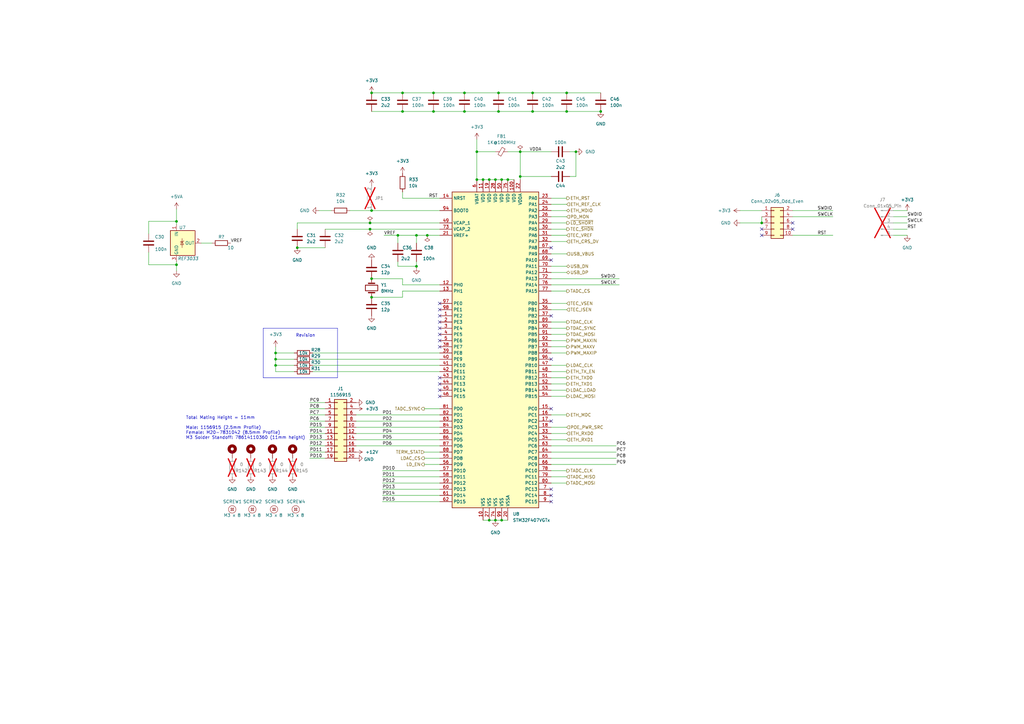
<source format=kicad_sch>
(kicad_sch (version 20230121) (generator eeschema)
  (paper "A3")
  (title_block (title "MCU") (date "2023-11-27") (rev "r0_3") (company "M-Labs Limited") (comment 1 "Linus Woo Chun Kit"))
  (lib_symbols
    (symbol "Connector:Conn_01x05_Pin" (pin_names (offset 1.016) hide)
      (property "Reference" "J" (at 0 7.62 0))
      (property "Value" "Conn_01x05_Pin" (at 0 -7.62 0))
      (symbol "Conn_01x05_Pin_1_1"
        (pin passive line (at 5.08 5.08 180) (length 3.81) (name "Pin_1") (number "1"))
        (pin passive line (at 5.08 2.54 180) (length 3.81) (name "Pin_2") (number "2"))
        (pin passive line (at 5.08 0 180) (length 3.81) (name "Pin_3") (number "3"))
        (pin passive line (at 5.08 -2.54 180) (length 3.81) (name "Pin_4") (number "4"))
        (pin passive line (at 5.08 -5.08 180) (length 3.81) (name "Pin_5") (number "5"))
      )
    )
    (symbol "Connector_Generic:Conn_02x05_Odd_Even" (pin_names (offset 1.016) hide)
      (property "Reference" "J" (at 1.27 7.62 0))
      (property "Value" "Conn_02x05_Odd_Even" (at 1.27 -7.62 0))
      (symbol "Conn_02x05_Odd_Even_1_1"
        (pin passive line (at -5.08 5.08 0) (length 3.81) (name "Pin_1") (number "1"))
        (pin passive line (at 7.62 -5.08 180) (length 3.81) (name "Pin_10") (number "10"))
        (pin passive line (at 7.62 5.08 180) (length 3.81) (name "Pin_2") (number "2"))
        (pin passive line (at -5.08 2.54 0) (length 3.81) (name "Pin_3") (number "3"))
        (pin passive line (at 7.62 2.54 180) (length 3.81) (name "Pin_4") (number "4"))
        (pin passive line (at -5.08 0 0) (length 3.81) (name "Pin_5") (number "5"))
        (pin passive line (at 7.62 0 180) (length 3.81) (name "Pin_6") (number "6"))
        (pin passive line (at -5.08 -2.54 0) (length 3.81) (name "Pin_7") (number "7"))
        (pin passive line (at 7.62 -2.54 180) (length 3.81) (name "Pin_8") (number "8"))
        (pin passive line (at -5.08 -5.08 0) (length 3.81) (name "Pin_9") (number "9"))
      )
    )
    (symbol "Connector_Generic:Conn_02x10_Odd_Even" (pin_names (offset 1.016) hide)
      (property "Reference" "J" (at 1.27 12.7 0))
      (property "Value" "Conn_02x10_Odd_Even" (at 1.27 -15.24 0))
      (symbol "Conn_02x10_Odd_Even_1_1"
        (pin passive line (at -5.08 10.16 0) (length 3.81) (name "Pin_1") (number "1"))
        (pin passive line (at 7.62 0 180) (length 3.81) (name "Pin_10") (number "10"))
        (pin passive line (at -5.08 -2.54 0) (length 3.81) (name "Pin_11") (number "11"))
        (pin passive line (at 7.62 -2.54 180) (length 3.81) (name "Pin_12") (number "12"))
        (pin passive line (at -5.08 -5.08 0) (length 3.81) (name "Pin_13") (number "13"))
        (pin passive line (at 7.62 -5.08 180) (length 3.81) (name "Pin_14") (number "14"))
        (pin passive line (at -5.08 -7.62 0) (length 3.81) (name "Pin_15") (number "15"))
        (pin passive line (at 7.62 -7.62 180) (length 3.81) (name "Pin_16") (number "16"))
        (pin passive line (at -5.08 -10.16 0) (length 3.81) (name "Pin_17") (number "17"))
        (pin passive line (at 7.62 -10.16 180) (length 3.81) (name "Pin_18") (number "18"))
        (pin passive line (at -5.08 -12.7 0) (length 3.81) (name "Pin_19") (number "19"))
        (pin passive line (at 7.62 10.16 180) (length 3.81) (name "Pin_2") (number "2"))
        (pin passive line (at 7.62 -12.7 180) (length 3.81) (name "Pin_20") (number "20"))
        (pin passive line (at -5.08 7.62 0) (length 3.81) (name "Pin_3") (number "3"))
        (pin passive line (at 7.62 7.62 180) (length 3.81) (name "Pin_4") (number "4"))
        (pin passive line (at -5.08 5.08 0) (length 3.81) (name "Pin_5") (number "5"))
        (pin passive line (at 7.62 5.08 180) (length 3.81) (name "Pin_6") (number "6"))
        (pin passive line (at -5.08 2.54 0) (length 3.81) (name "Pin_7") (number "7"))
        (pin passive line (at 7.62 2.54 180) (length 3.81) (name "Pin_8") (number "8"))
        (pin passive line (at -5.08 0 0) (length 3.81) (name "Pin_9") (number "9"))
      )
    )
    (symbol "Device:C" (pin_numbers hide) (pin_names (offset 0.254))
      (property "Reference" "C" (at 0.635 2.54 0))
      (property "Value" "C" (at 0.635 -2.54 0))
      (symbol "C_1_1"
        (pin passive line (at 0 3.81 270) (length 2.794) (name "~") (number "1"))
        (pin passive line (at 0 -3.81 90) (length 2.794) (name "~") (number "2"))
      )
    )
    (symbol "Device:Crystal" (pin_numbers hide) (pin_names (offset 1.016) hide)
      (property "Reference" "Y" (at 0 3.81 0))
      (property "Value" "Crystal" (at 0 -3.81 0))
      (symbol "Crystal_1_1"
        (pin passive line (at -3.81 0 0) (length 1.27) (name "1") (number "1"))
        (pin passive line (at 3.81 0 180) (length 1.27) (name "2") (number "2"))
      )
    )
    (symbol "Device:FerriteBead_Small" (pin_numbers hide) (pin_names (offset 0))
      (property "Reference" "FB" (at 1.905 1.27 0))
      (property "Value" "FerriteBead_Small" (at 1.905 -1.27 0))
      (symbol "FerriteBead_Small_1_1"
        (pin passive line (at 0 2.54 270) (length 1.27) (name "~") (number "1"))
        (pin passive line (at 0 -2.54 90) (length 1.27) (name "~") (number "2"))
      )
    )
    (symbol "Device:R" (pin_numbers hide) (pin_names (offset 0))
      (property "Reference" "R" (at 2.032 0 90))
      (property "Value" "R" (at 0 0 90))
      (symbol "R_1_1"
        (pin passive line (at 0 3.81 270) (length 1.27) (name "~") (number "1"))
        (pin passive line (at 0 -3.81 90) (length 1.27) (name "~") (number "2"))
      )
    )
    (symbol "Jumper:Jumper_2_Open" (pin_names (offset 0) hide)
      (property "Reference" "JP" (at 0 2.794 0))
      (property "Value" "Jumper_2_Open" (at 0 -2.286 0))
      (symbol "Jumper_2_Open_1_1"
        (pin passive line (at -5.08 0 0) (length 2.54) (name "A") (number "1"))
        (pin passive line (at 5.08 0 180) (length 2.54) (name "B") (number "2"))
      )
    )
    (symbol "MCU_ST_STM32F4:STM32F407VGTx"
      (property "Reference" "U" (at -17.78 64.77 0))
      (property "Value" "STM32F407VGTx" (at 12.7 64.77 0))
      (symbol "STM32F407VGTx_1_1"
        (pin bidirectional line (at -22.86 12.7 0) (length 5.08) (name "PE2") (number "1"))
        (pin power_in line (at -5.08 -71.12 90) (length 5.08) (name "VSS") (number "10"))
        (pin power_in line (at 7.62 68.58 270) (length 5.08) (name "VDD") (number "100"))
        (pin power_in line (at -5.08 68.58 270) (length 5.08) (name "VDD") (number "11"))
        (pin input line (at -22.86 25.4 0) (length 5.08) (name "PH0") (number "12"))
        (pin input line (at -22.86 22.86 0) (length 5.08) (name "PH1") (number "13"))
        (pin input line (at -22.86 60.96 0) (length 5.08) (name "NRST") (number "14"))
        (pin bidirectional line (at 22.86 -25.4 180) (length 5.08) (name "PC0") (number "15"))
        (pin bidirectional line (at 22.86 -27.94 180) (length 5.08) (name "PC1") (number "16"))
        (pin bidirectional line (at 22.86 -30.48 180) (length 5.08) (name "PC2") (number "17"))
        (pin bidirectional line (at 22.86 -33.02 180) (length 5.08) (name "PC3") (number "18"))
        (pin power_in line (at -2.54 68.58 270) (length 5.08) (name "VDD") (number "19"))
        (pin bidirectional line (at -22.86 10.16 0) (length 5.08) (name "PE3") (number "2"))
        (pin power_in line (at 5.08 -71.12 90) (length 5.08) (name "VSSA") (number "20"))
        (pin power_in line (at -22.86 45.72 0) (length 5.08) (name "VREF+") (number "21"))
        (pin power_in line (at 10.16 68.58 270) (length 5.08) (name "VDDA") (number "22"))
        (pin bidirectional line (at 22.86 60.96 180) (length 5.08) (name "PA0") (number "23"))
        (pin bidirectional line (at 22.86 58.42 180) (length 5.08) (name "PA1") (number "24"))
        (pin bidirectional line (at 22.86 55.88 180) (length 5.08) (name "PA2") (number "25"))
        (pin bidirectional line (at 22.86 53.34 180) (length 5.08) (name "PA3") (number "26"))
        (pin power_in line (at -2.54 -71.12 90) (length 5.08) (name "VSS") (number "27"))
        (pin power_in line (at 0 68.58 270) (length 5.08) (name "VDD") (number "28"))
        (pin bidirectional line (at 22.86 50.8 180) (length 5.08) (name "PA4") (number "29"))
        (pin bidirectional line (at -22.86 7.62 0) (length 5.08) (name "PE4") (number "3"))
        (pin bidirectional line (at 22.86 48.26 180) (length 5.08) (name "PA5") (number "30"))
        (pin bidirectional line (at 22.86 45.72 180) (length 5.08) (name "PA6") (number "31"))
        (pin bidirectional line (at 22.86 43.18 180) (length 5.08) (name "PA7") (number "32"))
        (pin bidirectional line (at 22.86 -35.56 180) (length 5.08) (name "PC4") (number "33"))
        (pin bidirectional line (at 22.86 -38.1 180) (length 5.08) (name "PC5") (number "34"))
        (pin bidirectional line (at 22.86 17.78 180) (length 5.08) (name "PB0") (number "35"))
        (pin bidirectional line (at 22.86 15.24 180) (length 5.08) (name "PB1") (number "36"))
        (pin bidirectional line (at 22.86 12.7 180) (length 5.08) (name "PB2") (number "37"))
        (pin bidirectional line (at -22.86 0 0) (length 5.08) (name "PE7") (number "38"))
        (pin bidirectional line (at -22.86 -2.54 0) (length 5.08) (name "PE8") (number "39"))
        (pin bidirectional line (at -22.86 5.08 0) (length 5.08) (name "PE5") (number "4"))
        (pin bidirectional line (at -22.86 -5.08 0) (length 5.08) (name "PE9") (number "40"))
        (pin bidirectional line (at -22.86 -7.62 0) (length 5.08) (name "PE10") (number "41"))
        (pin bidirectional line (at -22.86 -10.16 0) (length 5.08) (name "PE11") (number "42"))
        (pin bidirectional line (at -22.86 -12.7 0) (length 5.08) (name "PE12") (number "43"))
        (pin bidirectional line (at -22.86 -15.24 0) (length 5.08) (name "PE13") (number "44"))
        (pin bidirectional line (at -22.86 -17.78 0) (length 5.08) (name "PE14") (number "45"))
        (pin bidirectional line (at -22.86 -20.32 0) (length 5.08) (name "PE15") (number "46"))
        (pin bidirectional line (at 22.86 -7.62 180) (length 5.08) (name "PB10") (number "47"))
        (pin bidirectional line (at 22.86 -10.16 180) (length 5.08) (name "PB11") (number "48"))
        (pin power_in line (at -22.86 50.8 0) (length 5.08) (name "VCAP_1") (number "49"))
        (pin bidirectional line (at -22.86 2.54 0) (length 5.08) (name "PE6") (number "5"))
        (pin power_in line (at 2.54 68.58 270) (length 5.08) (name "VDD") (number "50"))
        (pin bidirectional line (at 22.86 -12.7 180) (length 5.08) (name "PB12") (number "51"))
        (pin bidirectional line (at 22.86 -15.24 180) (length 5.08) (name "PB13") (number "52"))
        (pin bidirectional line (at 22.86 -17.78 180) (length 5.08) (name "PB14") (number "53"))
        (pin bidirectional line (at 22.86 -20.32 180) (length 5.08) (name "PB15") (number "54"))
        (pin bidirectional line (at -22.86 -45.72 0) (length 5.08) (name "PD8") (number "55"))
        (pin bidirectional line (at -22.86 -48.26 0) (length 5.08) (name "PD9") (number "56"))
        (pin bidirectional line (at -22.86 -50.8 0) (length 5.08) (name "PD10") (number "57"))
        (pin bidirectional line (at -22.86 -53.34 0) (length 5.08) (name "PD11") (number "58"))
        (pin bidirectional line (at -22.86 -55.88 0) (length 5.08) (name "PD12") (number "59"))
        (pin power_in line (at -7.62 68.58 270) (length 5.08) (name "VBAT") (number "6"))
        (pin bidirectional line (at -22.86 -58.42 0) (length 5.08) (name "PD13") (number "60"))
        (pin bidirectional line (at -22.86 -60.96 0) (length 5.08) (name "PD14") (number "61"))
        (pin bidirectional line (at -22.86 -63.5 0) (length 5.08) (name "PD15") (number "62"))
        (pin bidirectional line (at 22.86 -40.64 180) (length 5.08) (name "PC6") (number "63"))
        (pin bidirectional line (at 22.86 -43.18 180) (length 5.08) (name "PC7") (number "64"))
        (pin bidirectional line (at 22.86 -45.72 180) (length 5.08) (name "PC8") (number "65"))
        (pin bidirectional line (at 22.86 -48.26 180) (length 5.08) (name "PC9") (number "66"))
        (pin bidirectional line (at 22.86 40.64 180) (length 5.08) (name "PA8") (number "67"))
        (pin bidirectional line (at 22.86 38.1 180) (length 5.08) (name "PA9") (number "68"))
        (pin bidirectional line (at 22.86 35.56 180) (length 5.08) (name "PA10") (number "69"))
        (pin bidirectional line (at 22.86 -58.42 180) (length 5.08) (name "PC13") (number "7"))
        (pin bidirectional line (at 22.86 33.02 180) (length 5.08) (name "PA11") (number "70"))
        (pin bidirectional line (at 22.86 30.48 180) (length 5.08) (name "PA12") (number "71"))
        (pin bidirectional line (at 22.86 27.94 180) (length 5.08) (name "PA13") (number "72"))
        (pin power_in line (at -22.86 48.26 0) (length 5.08) (name "VCAP_2") (number "73"))
        (pin power_in line (at 0 -71.12 90) (length 5.08) (name "VSS") (number "74"))
        (pin power_in line (at 5.08 68.58 270) (length 5.08) (name "VDD") (number "75"))
        (pin bidirectional line (at 22.86 25.4 180) (length 5.08) (name "PA14") (number "76"))
        (pin bidirectional line (at 22.86 22.86 180) (length 5.08) (name "PA15") (number "77"))
        (pin bidirectional line (at 22.86 -50.8 180) (length 5.08) (name "PC10") (number "78"))
        (pin bidirectional line (at 22.86 -53.34 180) (length 5.08) (name "PC11") (number "79"))
        (pin bidirectional line (at 22.86 -60.96 180) (length 5.08) (name "PC14") (number "8"))
        (pin bidirectional line (at 22.86 -55.88 180) (length 5.08) (name "PC12") (number "80"))
        (pin bidirectional line (at -22.86 -25.4 0) (length 5.08) (name "PD0") (number "81"))
        (pin bidirectional line (at -22.86 -27.94 0) (length 5.08) (name "PD1") (number "82"))
        (pin bidirectional line (at -22.86 -30.48 0) (length 5.08) (name "PD2") (number "83"))
        (pin bidirectional line (at -22.86 -33.02 0) (length 5.08) (name "PD3") (number "84"))
        (pin bidirectional line (at -22.86 -35.56 0) (length 5.08) (name "PD4") (number "85"))
        (pin bidirectional line (at -22.86 -38.1 0) (length 5.08) (name "PD5") (number "86"))
        (pin bidirectional line (at -22.86 -40.64 0) (length 5.08) (name "PD6") (number "87"))
        (pin bidirectional line (at -22.86 -43.18 0) (length 5.08) (name "PD7") (number "88"))
        (pin bidirectional line (at 22.86 10.16 180) (length 5.08) (name "PB3") (number "89"))
        (pin bidirectional line (at 22.86 -63.5 180) (length 5.08) (name "PC15") (number "9"))
        (pin bidirectional line (at 22.86 7.62 180) (length 5.08) (name "PB4") (number "90"))
        (pin bidirectional line (at 22.86 5.08 180) (length 5.08) (name "PB5") (number "91"))
        (pin bidirectional line (at 22.86 2.54 180) (length 5.08) (name "PB6") (number "92"))
        (pin bidirectional line (at 22.86 0 180) (length 5.08) (name "PB7") (number "93"))
        (pin input line (at -22.86 55.88 0) (length 5.08) (name "BOOT0") (number "94"))
        (pin bidirectional line (at 22.86 -2.54 180) (length 5.08) (name "PB8") (number "95"))
        (pin bidirectional line (at 22.86 -5.08 180) (length 5.08) (name "PB9") (number "96"))
        (pin bidirectional line (at -22.86 17.78 0) (length 5.08) (name "PE0") (number "97"))
        (pin bidirectional line (at -22.86 15.24 0) (length 5.08) (name "PE1") (number "98"))
        (pin power_in line (at 2.54 -71.12 90) (length 5.08) (name "VSS") (number "99"))
      )
    )
    (symbol "Mechanical:MountingHole_Pad" (pin_numbers hide) (pin_names (offset 1.016) hide)
      (property "Reference" "H" (at 0 6.35 0))
      (property "Value" "MountingHole_Pad" (at 0 4.445 0))
      (symbol "MountingHole_Pad_1_1"
        (pin input line (at 0 -2.54 90) (length 2.54) (name "1") (number "1"))
      )
    )
    (symbol "Reference_Voltage:REF3033" (pin_names (offset 0.254))
      (property "Reference" "U" (at 0 6.35 0))
      (property "Value" "REF3033" (at 2.54 -6.35 0))
      (symbol "REF3033_1_1"
        (pin power_in line (at -2.54 7.62 270) (length 2.54) (name "IN") (number "1"))
        (pin power_out line (at 7.62 0 180) (length 2.54) (name "OUT") (number "2"))
        (pin power_in line (at -2.54 -7.62 90) (length 2.54) (name "GND") (number "3"))
      )
    )
    (symbol "kirdy:Screw" (on_board no)
      (property "Reference" "SCREW" (at 3.048 2.54 0))
    )
    (symbol "power:+12V" (power) (pin_names (offset 0))
      (property "Value" "+12V" (at 0 3.556 0))
      (symbol "+12V_1_1"
        (pin power_in line (at 0 0 90) (length 0) hide (name "+12V") (number "1"))
      )
    )
    (symbol "power:+3V3" (power) (pin_names (offset 0))
      (property "Value" "+3V3" (at 0 3.556 0))
      (symbol "+3V3_1_1"
        (pin power_in line (at 0 0 90) (length 0) hide (name "+3V3") (number "1"))
      )
    )
    (symbol "power:+5VA" (power) (pin_names (offset 0))
      (property "Value" "+5VA" (at 0 3.556 0))
      (symbol "+5VA_1_1"
        (pin power_in line (at 0 0 90) (length 0) hide (name "+5VA") (number "1"))
      )
    )
    (symbol "power:GND" (power) (pin_names (offset 0))
      (property "Value" "GND" (at 0 -3.81 0))
      (symbol "GND_1_1"
        (pin power_in line (at 0 0 270) (length 0) hide (name "GND") (number "1"))
      )
    )
    (symbol "power:PWR_FLAG" (power) (pin_numbers hide) (pin_names (offset 0) hide)
      (property "Value" "PWR_FLAG" (at 0 3.81 0))
      (symbol "PWR_FLAG_0_0"
        (pin power_out line (at 0 0 90) (length 0) (name "pwr") (number "1"))
      )
    )
  )
  (junction (at 165.1 38.1))
  (junction (at 152.4 114.3))
  (junction (at 198.12 73.66))
  (junction (at 205.74 213.36))
  (junction (at 177.8 38.1))
  (junction (at 213.36 72.39))
  (junction (at 236.22 62.23))
  (junction (at 152.4 38.1))
  (junction (at 195.58 73.66))
  (junction (at 121.92 101.6))
  (junction (at 72.39 90.805))
  (junction (at 200.66 73.66))
  (junction (at 170.815 96.52))
  (junction (at 203.2 213.36))
  (junction (at 151.765 91.44))
  (junction (at 175.26 96.52))
  (junction (at 204.47 38.1))
  (junction (at 152.4 86.36))
  (junction (at 177.8 45.72))
  (junction (at 232.41 45.72))
  (junction (at 200.66 213.36))
  (junction (at 208.28 73.66))
  (junction (at 113.03 144.78))
  (junction (at 190.5 45.72))
  (junction (at 165.1 45.72))
  (junction (at 203.2 73.66))
  (junction (at 232.41 38.1))
  (junction (at 213.36 62.23))
  (junction (at 170.815 109.22))
  (junction (at 190.5 38.1))
  (junction (at 204.47 45.72))
  (junction (at 113.03 147.32))
  (junction (at 218.44 38.1))
  (junction (at 246.38 45.72))
  (junction (at 151.765 93.98))
  (junction (at 205.74 73.66))
  (junction (at 152.4 121.92))
  (junction (at 195.58 62.23))
  (junction (at 312.42 91.44))
  (junction (at 218.44 45.72))
  (junction (at 72.39 108.585))
  (junction (at 113.03 149.86))
  (junction (at 163.195 96.52))
  (no_connect (at 312.42 96.52))
  (no_connect (at 325.12 93.98))
  (no_connect (at 325.12 91.44))
  (no_connect (at 180.34 157.48))
  (no_connect (at 180.34 154.94))
  (no_connect (at 312.42 93.98))
  (no_connect (at 226.06 172.72))
  (no_connect (at 226.06 101.6))
  (no_connect (at 226.06 200.66))
  (no_connect (at 226.06 203.2))
  (no_connect (at 226.06 205.74))
  (no_connect (at 226.06 106.68))
  (no_connect (at 226.06 129.54))
  (no_connect (at 180.34 129.54))
  (no_connect (at 180.34 124.46))
  (no_connect (at 180.34 127))
  (no_connect (at 226.06 147.32))
  (no_connect (at 226.06 167.64))
  (no_connect (at 180.34 162.56))
  (no_connect (at 180.34 160.02))
  (no_connect (at 180.34 132.08))
  (no_connect (at 180.34 134.62))
  (no_connect (at 180.34 137.16))
  (no_connect (at 180.34 139.7))
  (no_connect (at 180.34 142.24))
  (wire (pts (xy 226.06 180.34) (xy 232.41 180.34)))
  (wire (pts (xy 156.845 205.74) (xy 180.34 205.74)))
  (wire (pts (xy 226.06 170.18) (xy 232.41 170.18)))
  (wire (pts (xy 226.06 160.02) (xy 232.41 160.02)))
  (wire (pts (xy 226.06 99.06) (xy 232.41 99.06)))
  (wire (pts (xy 165.1 116.84) (xy 180.34 116.84)))
  (wire (pts (xy 226.06 104.14) (xy 232.41 104.14)))
  (wire (pts (xy 170.815 109.22) (xy 170.815 109.855)))
  (wire (pts (xy 127 175.26) (xy 133.35 175.26)))
  (wire (pts (xy 156.845 203.2) (xy 180.34 203.2)))
  (wire (pts (xy 72.39 85.725) (xy 72.39 90.805)))
  (wire (pts (xy 226.06 86.36) (xy 232.41 86.36)))
  (polyline (pts (xy 107.95 154.94) (xy 138.43 154.94)))
  (wire (pts (xy 127 167.64) (xy 133.35 167.64)))
  (wire (pts (xy 175.26 96.52) (xy 180.34 96.52)))
  (wire (pts (xy 372.11 91.44) (xy 366.395 91.44)))
  (wire (pts (xy 198.12 213.36) (xy 200.66 213.36)))
  (wire (pts (xy 218.44 45.72) (xy 232.41 45.72)))
  (wire (pts (xy 312.42 88.9) (xy 312.42 91.44)))
  (wire (pts (xy 165.1 81.28) (xy 180.34 81.28)))
  (wire (pts (xy 233.68 72.39) (xy 236.22 72.39)))
  (wire (pts (xy 146.05 180.34) (xy 180.34 180.34)))
  (wire (pts (xy 146.05 172.72) (xy 180.34 172.72)))
  (wire (pts (xy 72.39 108.585) (xy 60.96 108.585)))
  (wire (pts (xy 372.11 96.52) (xy 366.395 96.52)))
  (wire (pts (xy 195.58 62.23) (xy 203.2 62.23)))
  (wire (pts (xy 121.92 101.6) (xy 133.35 101.6)))
  (wire (pts (xy 170.815 96.52) (xy 170.815 99.695)))
  (wire (pts (xy 173.99 187.96) (xy 180.34 187.96)))
  (wire (pts (xy 325.12 96.52) (xy 341.63 96.52)))
  (wire (pts (xy 203.2 213.36) (xy 205.74 213.36)))
  (wire (pts (xy 226.06 139.7) (xy 232.41 139.7)))
  (polyline (pts (xy 138.43 154.94) (xy 138.43 134.62)))
  (wire (pts (xy 127 185.42) (xy 133.35 185.42)))
  (wire (pts (xy 226.06 116.84) (xy 254 116.84)))
  (wire (pts (xy 204.47 38.1) (xy 218.44 38.1)))
  (wire (pts (xy 113.03 152.4) (xy 120.65 152.4)))
  (wire (pts (xy 151.765 91.44) (xy 180.34 91.44)))
  (wire (pts (xy 128.27 149.86) (xy 180.34 149.86)))
  (wire (pts (xy 170.815 107.315) (xy 170.815 109.22)))
  (wire (pts (xy 113.03 149.86) (xy 120.65 149.86)))
  (wire (pts (xy 152.4 45.72) (xy 165.1 45.72)))
  (wire (pts (xy 127 165.1) (xy 133.35 165.1)))
  (wire (pts (xy 128.27 147.32) (xy 180.34 147.32)))
  (wire (pts (xy 72.39 107.315) (xy 72.39 108.585)))
  (wire (pts (xy 165.1 119.38) (xy 165.1 121.92)))
  (wire (pts (xy 208.28 62.23) (xy 213.36 62.23)))
  (wire (pts (xy 146.05 170.18) (xy 180.34 170.18)))
  (wire (pts (xy 127 172.72) (xy 133.35 172.72)))
  (wire (pts (xy 156.845 193.04) (xy 180.34 193.04)))
  (wire (pts (xy 133.35 93.98) (xy 151.765 93.98)))
  (wire (pts (xy 226.06 177.8) (xy 232.41 177.8)))
  (wire (pts (xy 226.06 193.04) (xy 232.41 193.04)))
  (wire (pts (xy 165.1 81.28) (xy 165.1 78.74)))
  (wire (pts (xy 72.39 90.805) (xy 72.39 92.075)))
  (wire (pts (xy 127 180.34) (xy 133.35 180.34)))
  (wire (pts (xy 113.03 147.32) (xy 113.03 149.86)))
  (wire (pts (xy 372.11 93.98) (xy 366.395 93.98)))
  (wire (pts (xy 226.06 154.94) (xy 232.41 154.94)))
  (wire (pts (xy 156.845 195.58) (xy 180.34 195.58)))
  (wire (pts (xy 213.36 62.23) (xy 213.36 72.39)))
  (wire (pts (xy 226.06 111.76) (xy 232.41 111.76)))
  (wire (pts (xy 226.06 134.62) (xy 232.41 134.62)))
  (wire (pts (xy 127 187.96) (xy 133.35 187.96)))
  (wire (pts (xy 226.06 182.88) (xy 252.73 182.88)))
  (wire (pts (xy 226.06 187.96) (xy 252.73 187.96)))
  (wire (pts (xy 226.06 149.86) (xy 232.41 149.86)))
  (wire (pts (xy 82.55 99.695) (xy 86.995 99.695)))
  (wire (pts (xy 226.06 137.16) (xy 232.41 137.16)))
  (wire (pts (xy 226.06 185.42) (xy 252.73 185.42)))
  (wire (pts (xy 226.06 93.98) (xy 232.41 93.98)))
  (wire (pts (xy 177.8 38.1) (xy 190.5 38.1)))
  (wire (pts (xy 200.66 213.36) (xy 203.2 213.36)))
  (wire (pts (xy 127 177.8) (xy 133.35 177.8)))
  (wire (pts (xy 372.11 88.9) (xy 366.395 88.9)))
  (wire (pts (xy 203.2 73.66) (xy 205.74 73.66)))
  (wire (pts (xy 195.58 62.23) (xy 195.58 73.66)))
  (wire (pts (xy 233.68 62.23) (xy 236.22 62.23)))
  (wire (pts (xy 157.48 96.52) (xy 163.195 96.52)))
  (wire (pts (xy 146.05 182.88) (xy 180.34 182.88)))
  (wire (pts (xy 177.8 45.72) (xy 190.5 45.72)))
  (wire (pts (xy 163.195 109.22) (xy 163.195 107.315)))
  (wire (pts (xy 226.06 190.5) (xy 252.73 190.5)))
  (wire (pts (xy 146.05 175.26) (xy 180.34 175.26)))
  (wire (pts (xy 226.06 198.12) (xy 232.41 198.12)))
  (wire (pts (xy 232.41 38.1) (xy 246.38 38.1)))
  (wire (pts (xy 195.58 73.66) (xy 198.12 73.66)))
  (wire (pts (xy 213.36 62.23) (xy 226.06 62.23)))
  (wire (pts (xy 165.1 121.92) (xy 152.4 121.92)))
  (wire (pts (xy 113.03 144.78) (xy 113.03 147.32)))
  (wire (pts (xy 152.4 86.36) (xy 180.34 86.36)))
  (wire (pts (xy 198.12 73.66) (xy 200.66 73.66)))
  (wire (pts (xy 113.03 144.78) (xy 120.65 144.78)))
  (wire (pts (xy 113.03 149.86) (xy 113.03 152.4)))
  (wire (pts (xy 213.36 72.39) (xy 213.36 73.66)))
  (wire (pts (xy 226.06 124.46) (xy 232.41 124.46)))
  (wire (pts (xy 226.06 152.4) (xy 232.41 152.4)))
  (wire (pts (xy 325.12 86.36) (xy 341.63 86.36)))
  (polyline (pts (xy 107.95 134.62) (xy 107.95 154.94)))
  (wire (pts (xy 226.06 195.58) (xy 232.41 195.58)))
  (wire (pts (xy 156.845 198.12) (xy 180.34 198.12)))
  (wire (pts (xy 163.195 96.52) (xy 170.815 96.52)))
  (wire (pts (xy 113.03 147.32) (xy 120.65 147.32)))
  (wire (pts (xy 208.28 73.66) (xy 210.82 73.66)))
  (wire (pts (xy 165.1 45.72) (xy 177.8 45.72)))
  (wire (pts (xy 173.99 185.42) (xy 180.34 185.42)))
  (wire (pts (xy 165.1 119.38) (xy 180.34 119.38)))
  (wire (pts (xy 226.06 142.24) (xy 232.41 142.24)))
  (wire (pts (xy 372.11 86.36) (xy 366.395 86.36)))
  (wire (pts (xy 165.1 116.84) (xy 165.1 114.3)))
  (wire (pts (xy 226.06 132.08) (xy 232.41 132.08)))
  (wire (pts (xy 121.92 93.98) (xy 121.92 91.44)))
  (wire (pts (xy 213.36 72.39) (xy 226.06 72.39)))
  (wire (pts (xy 236.22 72.39) (xy 236.22 62.23)))
  (wire (pts (xy 205.74 73.66) (xy 208.28 73.66)))
  (wire (pts (xy 226.06 109.22) (xy 232.41 109.22)))
  (wire (pts (xy 113.03 142.24) (xy 113.03 144.78)))
  (wire (pts (xy 156.845 200.66) (xy 180.34 200.66)))
  (wire (pts (xy 163.195 99.695) (xy 163.195 96.52)))
  (wire (pts (xy 303.53 91.44) (xy 312.42 91.44)))
  (wire (pts (xy 218.44 38.1) (xy 232.41 38.1)))
  (wire (pts (xy 226.06 175.26) (xy 232.41 175.26)))
  (wire (pts (xy 226.06 88.9) (xy 232.41 88.9)))
  (wire (pts (xy 60.96 95.885) (xy 60.96 90.805)))
  (wire (pts (xy 232.41 45.72) (xy 246.38 45.72)))
  (wire (pts (xy 226.06 96.52) (xy 232.41 96.52)))
  (wire (pts (xy 195.58 57.15) (xy 195.58 62.23)))
  (wire (pts (xy 226.06 119.38) (xy 232.41 119.38)))
  (wire (pts (xy 173.99 190.5) (xy 180.34 190.5)))
  (wire (pts (xy 72.39 108.585) (xy 72.39 111.125)))
  (wire (pts (xy 190.5 38.1) (xy 204.47 38.1)))
  (wire (pts (xy 165.1 38.1) (xy 177.8 38.1)))
  (wire (pts (xy 152.4 38.1) (xy 165.1 38.1)))
  (wire (pts (xy 204.47 45.72) (xy 218.44 45.72)))
  (wire (pts (xy 60.96 90.805) (xy 72.39 90.805)))
  (wire (pts (xy 170.815 109.22) (xy 163.195 109.22)))
  (wire (pts (xy 226.06 127) (xy 232.41 127)))
  (wire (pts (xy 226.06 81.28) (xy 232.41 81.28)))
  (wire (pts (xy 226.06 83.82) (xy 232.41 83.82)))
  (wire (pts (xy 151.765 93.98) (xy 180.34 93.98)))
  (wire (pts (xy 205.74 213.36) (xy 208.28 213.36)))
  (wire (pts (xy 303.53 86.36) (xy 312.42 86.36)))
  (wire (pts (xy 226.06 144.78) (xy 232.41 144.78)))
  (wire (pts (xy 165.1 114.3) (xy 152.4 114.3)))
  (polyline (pts (xy 107.95 134.62) (xy 138.43 134.62)))
  (wire (pts (xy 143.51 86.36) (xy 152.4 86.36)))
  (wire (pts (xy 226.06 91.44) (xy 232.41 91.44)))
  (wire (pts (xy 130.81 86.36) (xy 135.89 86.36)))
  (wire (pts (xy 121.92 91.44) (xy 151.765 91.44)))
  (wire (pts (xy 226.06 162.56) (xy 232.41 162.56)))
  (wire (pts (xy 190.5 45.72) (xy 204.47 45.72)))
  (wire (pts (xy 127 182.88) (xy 133.35 182.88)))
  (wire (pts (xy 170.815 96.52) (xy 175.26 96.52)))
  (wire (pts (xy 128.27 144.78) (xy 180.34 144.78)))
  (wire (pts (xy 226.06 114.3) (xy 254 114.3)))
  (wire (pts (xy 226.06 157.48) (xy 232.41 157.48)))
  (wire (pts (xy 60.96 108.585) (xy 60.96 103.505)))
  (wire (pts (xy 127 170.18) (xy 133.35 170.18)))
  (wire (pts (xy 146.05 177.8) (xy 180.34 177.8)))
  (wire (pts (xy 325.12 88.9) (xy 341.63 88.9)))
  (wire (pts (xy 173.99 167.64) (xy 180.34 167.64)))
  (wire (pts (xy 128.27 152.4) (xy 180.34 152.4)))
  (wire (pts (xy 200.66 73.66) (xy 203.2 73.66)))
  (text "Revision\n" (at 121.285 138.43 0) (effects (font (size 1.27 1.27)) (justify left bottom)))
  (text "Total Mating Height = 11mm\n\nMale: 1156915 (2.5mm Profile)\nFemale: M20-7831042 (8.5mm Profile)\nM3 Solder Standoff: 78614110360 (11mm height)\n" (at 76.2 180.34 0) (effects (font (size 1.27 1.27)) (justify left bottom)))
  (label "SWCLK" (at 372.11 91.44 0))
  (label "RST" (at 372.11 93.98 0))
  (label "SWDIO" (at 246.38 114.3 0))
  (label "SWCLK" (at 335.28 88.9 0))
  (label "PD11" (at 156.845 195.58 0))
  (label "PD10" (at 127 187.96 0))
  (label "PD15" (at 127 175.26 0))
  (label "PD4" (at 156.845 177.8 0))
  (label "PD10" (at 156.845 193.04 0))
  (label "SWDIO" (at 372.11 88.9 0))
  (label "SWDIO" (at 335.28 86.36 0))
  (label "PD13" (at 127 180.34 0))
  (label "VREF" (at 157.48 96.52 0))
  (label "PC7" (at 127 170.18 0))
  (label "VDDA" (at 217.17 62.23 0))
  (label "PD11" (at 127 185.42 0))
  (label "RST" (at 335.28 96.52 0))
  (label "PC8" (at 127 167.64 0))
  (label "PD12" (at 127 182.88 0))
  (label "PD6" (at 156.845 182.88 0))
  (label "PD15" (at 156.845 205.74 0))
  (label "VREF" (at 94.615 99.695 0))
  (label "PD13" (at 156.845 200.66 0))
  (label "PD14" (at 156.845 203.2 0))
  (label "PC6" (at 252.73 182.88 0))
  (label "PD12" (at 156.845 198.12 0))
  (label "PD3" (at 156.845 175.26 0))
  (label "PD5" (at 156.845 180.34 0))
  (label "PD14" (at 127 177.8 0))
  (label "PC9" (at 252.73 190.5 0))
  (label "PC6" (at 127 172.72 0))
  (label "PC8" (at 252.73 187.96 0))
  (label "SWCLK" (at 246.38 116.84 0))
  (label "RST" (at 175.895 81.28 0))
  (label "PD1" (at 156.845 170.18 0))
  (label "PD2" (at 156.845 172.72 0))
  (label "PC9" (at 127 165.1 0))
  (label "PC7" (at 252.73 185.42 0))
  (hierarchical_label "USB_DP" (shape bidirectional) (at 232.41 111.76 0))
  (hierarchical_label "TEC_VREF" (shape input) (at 232.41 96.52 0))
  (hierarchical_label "ETH_REF_CLK" (shape input) (at 232.41 83.82 0))
  (hierarchical_label "USB_VBUS" (shape input) (at 232.41 104.14 0))
  (hierarchical_label "TADC_CLK" (shape output) (at 232.41 193.04 0))
  (hierarchical_label "TDAC_MOSI" (shape output) (at 232.41 137.16 0))
  (hierarchical_label "PWM_MAXIP" (shape output) (at 232.41 144.78 0))
  (hierarchical_label "USB_DN" (shape bidirectional) (at 232.41 109.22 0))
  (hierarchical_label "ETH_RST" (shape output) (at 232.41 81.28 0))
  (hierarchical_label "TEC_~{SHDN}" (shape output) (at 232.41 93.98 0))
  (hierarchical_label "ETH_TXD1" (shape output) (at 232.41 157.48 0))
  (hierarchical_label "ETH_MDIO" (shape bidirectional) (at 232.41 86.36 0))
  (hierarchical_label "LDAC_MOSI" (shape output) (at 232.41 162.56 0))
  (hierarchical_label "PWM_MAXV" (shape output) (at 232.41 142.24 0))
  (hierarchical_label "POE_PWR_SRC" (shape input) (at 232.41 175.26 0))
  (hierarchical_label "TERM_STAT" (shape input) (at 173.99 185.42 180))
  (hierarchical_label "TADC_CS" (shape output) (at 232.41 119.38 0))
  (hierarchical_label "ETH_RXD0" (shape input) (at 232.41 177.8 0))
  (hierarchical_label "TADC_MISO" (shape input) (at 232.41 195.58 0))
  (hierarchical_label "~{LD_SHORT}" (shape output) (at 232.41 91.44 0))
  (hierarchical_label "LDAC_CS" (shape output) (at 173.99 187.96 180))
  (hierarchical_label "TADC_MOSI" (shape output) (at 232.41 198.12 0))
  (hierarchical_label "ETH_CRS_DV" (shape input) (at 232.41 99.06 0))
  (hierarchical_label "LD_EN" (shape output) (at 173.99 190.5 180))
  (hierarchical_label "TADC_SYNC" (shape output) (at 173.99 167.64 180))
  (hierarchical_label "PWM_MAXIN" (shape output) (at 232.41 139.7 0))
  (hierarchical_label "TEC_ISEN" (shape input) (at 232.41 127 0))
  (hierarchical_label "TEC_VSEN" (shape input) (at 232.41 124.46 0))
  (hierarchical_label "ETH_TX_EN" (shape output) (at 232.41 152.4 0))
  (hierarchical_label "TDAC_SYNC" (shape output) (at 232.41 134.62 0))
  (hierarchical_label "ETH_TXD0" (shape output) (at 232.41 154.94 0))
  (hierarchical_label "PD_MON" (shape input) (at 232.41 88.9 0))
  (hierarchical_label "ETH_RXD1" (shape input) (at 232.41 180.34 0))
  (hierarchical_label "LDAC_LOAD" (shape output) (at 232.41 160.02 0))
  (hierarchical_label "ETH_MDC" (shape output) (at 232.41 170.18 0))
  (hierarchical_label "LDAC_CLK" (shape output) (at 232.41 149.86 0))
  (hierarchical_label "TDAC_CLK" (shape output) (at 232.41 132.08 0))
  (symbol (lib_id "Connector_Generic:Conn_02x05_Odd_Even") (at 317.5 91.44 0) (unit 1)
    (property "Reference" "J6" (at 318.77 80.01 0))
    (property "Value" "Conn_02x05_Odd_Even" (at 318.77 82.55 0))
    (property "Footprint" "kirdy:Adafuit_SWD_Header_4048" (effects hide))
    (property "Datasheet" "https://www.mouser.hk/datasheet/2/737/Adafruit_4048_Web-3358014.pdf" (effects hide))
    (property "MFR_PN" "4048" (effects hide))
  )
  (symbol (lib_id "Device:FerriteBead_Small") (at 205.74 62.23 90) (unit 1)
    (property "Reference" "FB1" (at 205.7019 55.88 90))
    (property "Value" "1K@100MHz" (at 205.7019 58.42 90))
    (property "Footprint" "Inductor_SMD:L_1210_3225Metric" (effects hide))
    (property "MFR_PN" "FBMH3225HM102NT" (effects hide))
    (property "MFR_PN_ALT" "FBMH3225HM102NTV" (effects hide))
  )
  (symbol (lib_id "power:GND") (at 120.015 195.58 0) (unit 1)
    (property "Reference" "#PWR0233" (effects hide))
    (property "Value" "GND" (at 120.015 200.66 0))
  )
  (symbol (lib_id "Device:C") (at 170.815 103.505 180) (unit 1)
    (property "Reference" "C38" (at 175.895 101.6 0))
    (property "Value" "100n" (at 175.895 106.045 0))
    (property "Footprint" "Capacitor_SMD:C_0603_1608Metric" (effects hide))
    (property "MFR_PN" "CL10B104KB8NNWC" (effects hide))
    (property "MFR_PN_ALT" "CL10B104KB8NNNL" (effects hide))
  )
  (symbol (lib_id "power:+3V3") (at 152.4 76.2 0) (unit 1)
    (property "Reference" "#PWR060" (effects hide))
    (property "Value" "+3V3" (at 152.4 71.12 0))
  )
  (symbol (lib_id "Device:C") (at 133.35 97.79 0) (unit 1)
    (property "Reference" "C32" (at 137.16 96.5199 0) (effects (justify left)))
    (property "Value" "2u2" (at 137.16 99.0599 0) (effects (justify left)))
    (property "Footprint" "Capacitor_SMD:C_0603_1608Metric" (effects hide))
    (property "MFR_PN" "CL10B225KP8NNNC" (effects hide))
    (property "MFR_PN_ALT" "CGA3E1X7R0J225K080AC" (effects hide))
  )
  (symbol (lib_id "power:PWR_FLAG") (at 213.36 62.23 0) (unit 1)
    (property "Reference" "#FLG04" (effects hide))
    (property "Value" "PWR_FLAG" (effects hide))
  )
  (symbol (lib_id "Device:R") (at 165.1 74.93 0) (unit 1)
    (property "Reference" "R33" (at 167.64 73.6599 0) (effects (justify left)))
    (property "Value" "10k" (at 167.64 76.1999 0) (effects (justify left)))
    (property "Footprint" "Resistor_SMD:R_0603_1608Metric" (effects hide))
    (property "MFR_PN" "RNCP0603FTD10K0" (effects hide))
    (property "MFR_PN_ALT" "RMCF0603FT10K0" (effects hide))
  )
  (symbol (lib_id "Mechanical:MountingHole_Pad") (at 102.87 185.42 0) (unit 1)
    (property "Reference" "H6" (effects hide))
    (property "Value" "78614110360" (effects hide))
    (property "Footprint" "Mounting_Wuerth:Mounting_Wuerth_WA-SMSI-M3_H11mm_9774110360" (effects hide))
    (property "MFR_PN" "78614110360" (effects hide))
    (property "MFR_PN_ALT" "9774110360R" (effects hide))
  )
  (symbol (lib_id "Device:C") (at 60.96 99.695 0) (unit 1)
    (property "Reference" "C30" (at 63.5 97.155 0) (effects (justify left)))
    (property "Value" "100n" (at 63.5 102.235 0) (effects (justify left)))
    (property "Footprint" "Capacitor_SMD:C_0603_1608Metric" (effects hide))
    (property "MFR_PN" "CL10B104KB8NNWC" (effects hide))
    (property "MFR_PN_ALT" "CL10B104KB8NNNL" (effects hide))
  )
  (symbol (lib_id "Device:C") (at 177.8 41.91 0) (unit 1)
    (property "Reference" "C39" (at 181.61 40.6399 0) (effects (justify left)))
    (property "Value" "100n" (at 181.61 43.1799 0) (effects (justify left)))
    (property "Footprint" "Capacitor_SMD:C_0603_1608Metric" (effects hide))
    (property "MFR_PN" "CL10B104KB8NNWC" (effects hide))
    (property "MFR_PN_ALT" "CL10B104KB8NNNL" (effects hide))
  )
  (symbol (lib_id "Device:C") (at 232.41 41.91 0) (unit 1)
    (property "Reference" "C45" (at 236.22 40.6399 0) (effects (justify left)))
    (property "Value" "100n" (at 236.22 43.1799 0) (effects (justify left)))
    (property "Footprint" "Capacitor_SMD:C_0603_1608Metric" (effects hide))
    (property "MFR_PN" "CL10B104KB8NNWC" (effects hide))
    (property "MFR_PN_ALT" "CL10B104KB8NNNL" (effects hide))
  )
  (symbol (lib_id "Device:C") (at 163.195 103.505 180) (unit 1)
    (property "Reference" "C36" (at 167.005 101.6 0))
    (property "Value" "2u2" (at 166.37 106.045 0))
    (property "Footprint" "Capacitor_SMD:C_0603_1608Metric" (effects hide))
    (property "MFR_PN" "CL10B225KP8NNNC" (effects hide))
    (property "MFR_PN_ALT" "CGA3E1X7R0J225K080AC" (effects hide))
  )
  (symbol (lib_id "Reference_Voltage:REF3033") (at 74.93 99.695 0) (unit 1)
    (property "Reference" "U7" (at 76.2 93.345 0) (effects (justify right)))
    (property "Value" "REF3033" (at 81.28 106.045 0) (effects (font italic) (justify right)))
    (property "Footprint" "Package_TO_SOT_SMD:SOT-23" (effects hide))
    (property "Datasheet" "http://www.ti.com/lit/ds/symlink/ref3033.pdf" (effects hide))
    (property "MFR_PN" "REF3033AIDBZR" (effects hide))
  )
  (symbol (lib_id "Device:R") (at 124.46 149.86 90) (unit 1)
    (property "Reference" "R30" (at 129.54 148.59 90))
    (property "Value" "10k" (at 124.46 149.86 90))
    (property "Footprint" "Resistor_SMD:R_0603_1608Metric" (effects hide))
    (property "MFR_PN" "RNCP0603FTD10K0" (effects hide))
    (property "MFR_PN_ALT" "RMCF0603FT10K0" (effects hide))
  )
  (symbol (lib_id "Device:C") (at 190.5 41.91 0) (unit 1)
    (property "Reference" "C40" (at 194.31 40.6399 0) (effects (justify left)))
    (property "Value" "100n" (at 194.31 43.1799 0) (effects (justify left)))
    (property "Footprint" "Capacitor_SMD:C_0603_1608Metric" (effects hide))
    (property "MFR_PN" "CL10B104KB8NNWC" (effects hide))
    (property "MFR_PN_ALT" "CL10B104KB8NNNL" (effects hide))
  )
  (symbol (lib_id "power:+3V3") (at 165.1 71.12 0) (unit 1)
    (property "Reference" "#PWR063" (effects hide))
    (property "Value" "+3V3" (at 165.1 66.04 0))
  )
  (symbol (lib_id "power:GND") (at 236.22 62.23 90) (unit 1)
    (property "Reference" "#PWR067" (effects hide))
    (property "Value" "GND" (at 240.03 62.2299 90) (effects (justify right)))
  )
  (symbol (lib_id "power:GND") (at 203.2 213.36 0) (unit 1)
    (property "Reference" "#PWR066" (effects hide))
    (property "Value" "GND" (at 203.2 218.44 0))
  )
  (symbol (lib_id "Device:R") (at 102.87 191.77 180) (unit 1) (dnp yes)
    (property "Reference" "R143" (at 106.68 193.04 0))
    (property "Value" "0" (at 106.68 190.5 0))
    (property "Footprint" "Resistor_SMD:R_0603_1608Metric" (effects hide))
    (property "MFR_PN" "RMCF0603ZT0R00" (effects hide))
    (property "MFR_PN_ALT" "CR0603-J/-000ELF" (effects hide))
  )
  (symbol (lib_id "Device:C") (at 246.38 41.91 0) (unit 1)
    (property "Reference" "C46" (at 250.19 40.6399 0) (effects (justify left)))
    (property "Value" "100n" (at 250.19 43.1799 0) (effects (justify left)))
    (property "Footprint" "Capacitor_SMD:C_0603_1608Metric" (effects hide))
    (property "MFR_PN" "CL10B104KB8NNWC" (effects hide))
    (property "MFR_PN_ALT" "CL10B104KB8NNNL" (effects hide))
  )
  (symbol (lib_id "Jumper:Jumper_2_Open") (at 152.4 81.28 90) (unit 1) (dnp yes)
    (property "Reference" "JP1" (at 153.67 81.28 90) (effects (justify right)))
    (property "Value" "DNP" (effects hide))
    (property "Footprint" "Connector_PinHeader_2.54mm:PinHeader_1x02_P2.54mm_Vertical" (effects hide))
  )
  (symbol (lib_id "power:+3V3") (at 303.53 86.36 90) (unit 1)
    (property "Reference" "#PWR069" (effects hide))
    (property "Value" "+3V3" (at 299.72 86.3599 90) (effects (justify left)))
  )
  (symbol (lib_id "Device:C") (at 218.44 41.91 0) (unit 1)
    (property "Reference" "C42" (at 222.25 40.6399 0) (effects (justify left)))
    (property "Value" "100n" (at 222.25 43.1799 0) (effects (justify left)))
    (property "Footprint" "Capacitor_SMD:C_0603_1608Metric" (effects hide))
    (property "MFR_PN" "CL10B104KB8NNWC" (effects hide))
    (property "MFR_PN_ALT" "CL10B104KB8NNNL" (effects hide))
  )
  (symbol (lib_id "Device:Crystal") (at 152.4 118.11 90) (unit 1)
    (property "Reference" "Y1" (at 156.21 116.8399 90) (effects (justify right)))
    (property "Value" "8MHz" (at 156.21 119.3799 90) (effects (justify right)))
    (property "Footprint" "Crystal:Crystal_SMD_5032-2Pin_5.0x3.2mm" (effects hide))
    (property "MFR_PN" "ECS-80-12-30Q-DS-TR" (effects hide))
    (property "MFR_PN_ALT" "ECS-80-12-30-JGN-TR" (effects hide))
  )
  (symbol (lib_id "power:PWR_FLAG") (at 151.765 93.98 180) (unit 1)
    (property "Reference" "#FLG02" (effects hide))
    (property "Value" "PWR_FLAG" (effects hide))
  )
  (symbol (lib_id "power:GND") (at 95.25 195.58 0) (unit 1)
    (property "Reference" "#PWR0230" (effects hide))
    (property "Value" "GND" (at 95.25 200.66 0))
  )
  (symbol (lib_id "Mechanical:MountingHole_Pad") (at 95.25 185.42 0) (unit 1)
    (property "Reference" "H5" (effects hide))
    (property "Value" "78614110360" (effects hide))
    (property "Footprint" "Mounting_Wuerth:Mounting_Wuerth_WA-SMSI-M3_H11mm_9774110360" (effects hide))
    (property "Datasheet" "~" (at 95.25 185.42 0))
    (property "MFR_PN" "78614110360" (effects hide))
    (property "MFR_PN_ALT" "9774110360R" (effects hide))
  )
  (symbol (lib_id "power:+12V") (at 146.05 185.42 270) (unit 1)
    (property "Reference" "#PWR0167" (effects hide))
    (property "Value" "+12V" (at 149.86 185.42 90) (effects (justify left)))
    (instances (project "kirdy" (path "" (reference "#PWR0167") (unit 1)) (path "" (reference "#PWR0234") (unit 1))))
  )
  (symbol (lib_id "MCU_ST_STM32F4:STM32F407VGTx") (at 203.2 142.24 0) (unit 1)
    (property "Reference" "U8" (at 210.2994 210.82 0) (effects (justify left)))
    (property "Value" "STM32F407VGTx" (at 210.2994 213.36 0) (effects (justify left)))
    (property "Footprint" "Package_QFP:LQFP-100_14x14mm_P0.5mm" (effects hide))
    (property "Datasheet" "http://www.st.com/st-web-ui/static/active/en/resource/technical/document/datasheet/DM00037051.pdf" (effects hide))
    (property "MFR_PN" "STM32F407VGT6" (effects hide))
  )
  (symbol (lib_id "Device:R") (at 124.46 147.32 90) (unit 1)
    (property "Reference" "R29" (at 129.54 146.05 90))
    (property "Value" "10k" (at 124.46 147.32 90))
    (property "Footprint" "Resistor_SMD:R_0603_1608Metric" (effects hide))
    (property "MFR_PN" "RNCP0603FTD10K0" (effects hide))
    (property "MFR_PN_ALT" "RMCF0603FT10K0" (effects hide))
  )
  (symbol (lib_id "power:PWR_FLAG") (at 151.765 91.44 0) (unit 1)
    (property "Reference" "#FLG01" (effects hide))
    (property "Value" "PWR_FLAG" (effects hide))
  )
  (symbol (lib_id "power:+3V3") (at 113.03 142.24 0) (unit 1)
    (property "Reference" "#PWR053" (effects hide))
    (property "Value" "+3V3" (at 113.03 137.16 0))
  )
  (symbol (lib_id "power:GND") (at 102.87 195.58 0) (unit 1)
    (property "Reference" "#PWR0231" (effects hide))
    (property "Value" "GND" (at 102.87 200.66 0))
  )
  (symbol (lib_id "Device:C") (at 229.87 62.23 90) (unit 1)
    (property "Reference" "C43" (at 229.87 66.04 90))
    (property "Value" "100n" (at 229.87 58.42 90))
    (property "Footprint" "Capacitor_SMD:C_0603_1608Metric" (effects hide))
    (property "MFR_PN" "CL10B104KB8NNWC" (effects hide))
    (property "MFR_PN_ALT" "CL10B104KB8NNNL" (effects hide))
  )
  (symbol (lib_id "power:GND") (at 146.05 165.1 90) (unit 1)
    (property "Reference" "#PWR056" (effects hide))
    (property "Value" "GND" (at 149.86 165.1 90) (effects (justify right)))
  )
  (symbol (lib_id "power:GND") (at 72.39 111.125 0) (unit 1)
    (property "Reference" "#PWR052" (effects hide))
    (property "Value" "GND" (at 72.39 116.205 0))
  )
  (symbol (lib_id "Device:R") (at 95.25 191.77 180) (unit 1) (dnp yes)
    (property "Reference" "R142" (at 99.06 193.04 0))
    (property "Value" "0" (at 99.06 190.5 0))
    (property "Footprint" "Resistor_SMD:R_0603_1608Metric" (effects hide))
    (property "MFR_PN" "RMCF0603ZT0R00" (effects hide))
    (property "MFR_PN_ALT" "CR0603-J/-000ELF" (effects hide))
  )
  (symbol (lib_id "power:GND") (at 111.76 195.58 0) (unit 1)
    (property "Reference" "#PWR0232" (effects hide))
    (property "Value" "GND" (at 111.76 200.66 0))
  )
  (symbol (lib_id "Device:C") (at 229.87 72.39 90) (unit 1)
    (property "Reference" "C44" (at 229.87 76.2 90))
    (property "Value" "2u2" (at 229.87 68.58 90))
    (property "Footprint" "Capacitor_SMD:C_0603_1608Metric" (effects hide))
    (property "MFR_PN" "CL10B225KP8NNNC" (effects hide))
    (property "MFR_PN_ALT" "CGA3E1X7R0J225K080AC" (effects hide))
  )
  (symbol (lib_id "Device:C") (at 165.1 41.91 0) (unit 1)
    (property "Reference" "C37" (at 168.91 40.6399 0) (effects (justify left)))
    (property "Value" "100n" (at 168.91 43.1799 0) (effects (justify left)))
    (property "Footprint" "Capacitor_SMD:C_0603_1608Metric" (effects hide))
    (property "MFR_PN" "CL10B104KB8NNWC" (effects hide))
    (property "MFR_PN_ALT" "CL10B104KB8NNNL" (effects hide))
  )
  (symbol (lib_id "Device:R") (at 124.46 144.78 90) (unit 1)
    (property "Reference" "R28" (at 129.54 143.51 90))
    (property "Value" "10k" (at 124.46 144.78 90))
    (property "Footprint" "Resistor_SMD:R_0603_1608Metric" (effects hide))
    (property "MFR_PN" "RNCP0603FTD10K0" (effects hide))
    (property "MFR_PN_ALT" "RMCF0603FT10K0" (effects hide))
  )
  (symbol (lib_id "power:GND") (at 246.38 45.72 0) (unit 1)
    (property "Reference" "#PWR068" (effects hide))
    (property "Value" "GND" (at 246.38 50.8 0))
  )
  (symbol (lib_id "Device:R") (at 124.46 152.4 90) (unit 1)
    (property "Reference" "R31" (at 129.54 151.13 90))
    (property "Value" "10k" (at 124.46 152.4 90))
    (property "Footprint" "Resistor_SMD:R_0603_1608Metric" (effects hide))
    (property "MFR_PN" "RNCP0603FTD10K0" (effects hide))
    (property "MFR_PN_ALT" "RMCF0603FT10K0" (effects hide))
  )
  (symbol (lib_id "power:GND") (at 152.4 129.54 0) (unit 1)
    (property "Reference" "#PWR062" (effects hide))
    (property "Value" "GND" (at 152.4 134.62 0))
  )
  (symbol (lib_id "power:PWR_FLAG") (at 175.26 96.52 180) (unit 1)
    (property "Reference" "#FLG03" (effects hide))
    (property "Value" "PWR_FLAG" (effects hide))
  )
  (symbol (lib_id "kirdy:Screw") (at 103.505 208.915 0) (unit 1) (on_board no)
    (property "Reference" "SCREW2" (at 99.695 205.74 0) (effects (justify left)))
    (property "Value" "M3 x 8" (at 103.505 211.328 0))
    (property "MFR_PN" "FH4-M3-8" (effects hide))
    (instances (project "kirdy" (path "" (reference "SCREW2") (unit 1)) (path "" (reference "SCREW6") (unit 1))))
  )
  (symbol (lib_id "Device:C") (at 204.47 41.91 0) (unit 1)
    (property "Reference" "C41" (at 208.28 40.6399 0) (effects (justify left)))
    (property "Value" "100n" (at 208.28 43.1799 0) (effects (justify left)))
    (property "Footprint" "Capacitor_SMD:C_0603_1608Metric" (effects hide))
    (property "MFR_PN" "CL10B104KB8NNWC" (effects hide))
    (property "MFR_PN_ALT" "CL10B104KB8NNNL" (effects hide))
  )
  (symbol (lib_id "Connector:Conn_01x05_Pin") (at 361.315 91.44 0) (unit 1) (dnp yes)
    (property "Reference" "J7" (at 361.95 81.915 0))
    (property "Value" "Conn_01x05_Pin" (at 361.95 84.455 0))
    (property "Footprint" "Connector_PinHeader_2.54mm:PinHeader_1x05_P2.54mm_Vertical" (effects hide))
  )
  (symbol (lib_id "power:GND") (at 372.11 96.52 0) (unit 1)
    (property "Reference" "#PWR072" (effects hide))
    (property "Value" "GND" (at 372.11 101.6 0))
  )
  (symbol (lib_id "Device:R") (at 111.76 191.77 180) (unit 1) (dnp yes)
    (property "Reference" "R144" (at 115.57 193.04 0))
    (property "Value" "0" (at 115.57 190.5 0))
    (property "Footprint" "Resistor_SMD:R_0603_1608Metric" (effects hide))
    (property "MFR_PN" "RMCF0603ZT0R00" (effects hide))
    (property "MFR_PN_ALT" "CR0603-J/-000ELF" (effects hide))
  )
  (symbol (lib_id "power:GND") (at 130.81 86.36 270) (unit 1)
    (property "Reference" "#PWR055" (effects hide))
    (property "Value" "GND" (at 127 86.3599 90) (effects (justify right)))
  )
  (symbol (lib_id "Device:C") (at 121.92 97.79 0) (unit 1)
    (property "Reference" "C31" (at 125.73 96.5199 0) (effects (justify left)))
    (property "Value" "2u2" (at 125.73 99.0599 0) (effects (justify left)))
    (property "Footprint" "Capacitor_SMD:C_0603_1608Metric" (effects hide))
    (property "MFR_PN" "CL10B225KP8NNNC" (effects hide))
    (property "MFR_PN_ALT" "CGA3E1X7R0J225K080AC" (effects hide))
  )
  (symbol (lib_id "Device:R") (at 139.7 86.36 90) (unit 1)
    (property "Reference" "R32" (at 139.7 80.01 90))
    (property "Value" "10k" (at 139.7 82.55 90))
    (property "Footprint" "Resistor_SMD:R_0603_1608Metric" (effects hide))
    (property "MFR_PN" "RNCP0603FTD10K0" (effects hide))
    (property "MFR_PN_ALT" "RMCF0603FT10K0" (effects hide))
  )
  (symbol (lib_id "power:+3V3") (at 195.58 57.15 0) (unit 1)
    (property "Reference" "#PWR065" (effects hide))
    (property "Value" "+3V3" (at 195.58 52.07 0))
  )
  (symbol (lib_id "power:GND") (at 170.815 109.855 0) (unit 1)
    (property "Reference" "#PWR064" (effects hide))
    (property "Value" "GND" (at 170.815 114.935 0))
  )
  (symbol (lib_id "power:GND") (at 146.05 187.96 90) (unit 1)
    (property "Reference" "#PWR058" (effects hide))
    (property "Value" "GND" (at 149.225 188.3938 90) (effects (justify right)))
  )
  (symbol (lib_id "power:+3V3") (at 372.11 86.36 0) (unit 1)
    (property "Reference" "#PWR071" (effects hide))
    (property "Value" "+3V3" (at 372.11 81.915 0))
  )
  (symbol (lib_id "power:GND") (at 303.53 91.44 270) (unit 1)
    (property "Reference" "#PWR070" (effects hide))
    (property "Value" "GND" (at 299.72 91.4399 90) (effects (justify right)))
  )
  (symbol (lib_id "power:+3V3") (at 146.05 167.64 270) (unit 1)
    (property "Reference" "#PWR057" (effects hide))
    (property "Value" "+3V3" (at 149.86 167.64 90) (effects (justify left)))
  )
  (symbol (lib_id "kirdy:Screw") (at 95.25 208.915 0) (unit 1) (on_board no)
    (property "Reference" "SCREW1" (at 91.44 205.74 0) (effects (justify left)))
    (property "Value" "M3 x 8" (at 95.25 211.328 0))
    (property "MFR_PN" "FH4-M3-8" (effects hide))
    (instances (project "kirdy" (path "" (reference "SCREW1") (unit 1)) (path "" (reference "SCREW5") (unit 1))))
  )
  (symbol (lib_id "power:+5VA") (at 72.39 85.725 0) (unit 1)
    (property "Reference" "#PWR?" (effects hide))
    (property "Value" "+5VA" (at 72.39 80.645 0))
    (instances (project "kirdy" (path "" (reference "#PWR?") (unit 1)) (path "" (reference "#PWR051") (unit 1))))
  )
  (symbol (lib_id "Mechanical:MountingHole_Pad") (at 111.76 185.42 0) (unit 1)
    (property "Reference" "H7" (effects hide))
    (property "Value" "78614110360" (effects hide))
    (property "Footprint" "Mounting_Wuerth:Mounting_Wuerth_WA-SMSI-M3_H11mm_9774110360" (effects hide))
    (property "MFR_PN" "78614110360" (effects hide))
    (property "MFT_PN_ALT" "9774110360R" (effects hide))
  )
  (symbol (lib_id "kirdy:Screw") (at 121.285 208.915 0) (unit 1) (on_board no)
    (property "Reference" "SCREW4" (at 117.475 205.74 0) (effects (justify left)))
    (property "Value" "M3 x 8" (at 121.285 211.328 0))
    (property "MFR_PN" "FH4-M3-8" (effects hide))
    (instances (project "kirdy" (path "" (reference "SCREW4") (unit 1)) (path "" (reference "SCREW8") (unit 1))))
  )
  (symbol (lib_id "Mechanical:MountingHole_Pad") (at 120.015 185.42 0) (unit 1)
    (property "Reference" "H8" (effects hide))
    (property "Value" "78614110360" (effects hide))
    (property "Footprint" "Mounting_Wuerth:Mounting_Wuerth_WA-SMSI-M3_H11mm_9774110360" (effects hide))
    (property "MFR_PN" "78614110360" (effects hide))
    (property "MFR_PN_ALT" "9774110360R" (effects hide))
  )
  (symbol (lib_id "power:GND") (at 121.92 101.6 0) (unit 1)
    (property "Reference" "#PWR054" (effects hide))
    (property "Value" "GND" (at 121.92 106.68 0))
  )
  (symbol (lib_id "Device:C") (at 152.4 125.73 0) (unit 1)
    (property "Reference" "C35" (at 156.21 124.4599 0) (effects (justify left)))
    (property "Value" "12p" (at 156.21 126.9999 0) (effects (justify left)))
    (property "Footprint" "Capacitor_SMD:C_0603_1608Metric" (effects hide))
    (property "MFR_PN" "0603N120J500CT" (effects hide))
    (property "MFR_PN_ALT" "C0603C120K5HAC7867" (effects hide))
  )
  (symbol (lib_id "power:+3V3") (at 152.4 38.1 0) (unit 1)
    (property "Reference" "#PWR059" (effects hide))
    (property "Value" "+3V3" (at 152.4 33.02 0))
  )
  (symbol (lib_id "kirdy:Screw") (at 112.395 208.915 0) (unit 1) (on_board no)
    (property "Reference" "SCREW3" (at 108.585 205.74 0) (effects (justify left)))
    (property "Value" "M3 x 8" (at 112.395 211.328 0))
    (property "MFR_PN" "FH4-M3-8" (effects hide))
    (instances (project "kirdy" (path "" (reference "SCREW3") (unit 1)) (path "" (reference "SCREW7") (unit 1))))
  )
  (symbol (lib_id "Device:C") (at 152.4 41.91 0) (unit 1)
    (property "Reference" "C33" (at 156.21 40.6399 0) (effects (justify left)))
    (property "Value" "2u2" (at 156.21 43.1799 0) (effects (justify left)))
    (property "Footprint" "Capacitor_SMD:C_0603_1608Metric" (effects hide))
    (property "MFR_PN" "CL10B225KP8NNNC" (effects hide))
    (property "MFR_PN_ALT" "CGA3E1X7R0J225K080AC" (effects hide))
  )
  (symbol (lib_id "Device:R") (at 90.805 99.695 90) (unit 1)
    (property "Reference" "R?" (at 90.805 97.155 90))
    (property "Value" "10" (at 94.615 101.6 90))
    (property "Footprint" "Resistor_SMD:R_0603_1608Metric" (effects hide))
    (property "MFR_PN" "RT0603BRD0710RL" (effects hide))
    (property "MFR_PN_ALT" "WR06X10R0FTL" (effects hide))
    (instances (project "kirdy" (path "" (reference "R?") (unit 1)) (path "" (reference "R27") (unit 1))))
  )
  (symbol (lib_id "Device:C") (at 152.4 110.49 0) (unit 1)
    (property "Reference" "C34" (at 156.21 109.2199 0) (effects (justify left)))
    (property "Value" "12p" (at 156.21 111.7599 0) (effects (justify left)))
    (property "Footprint" "Capacitor_SMD:C_0603_1608Metric" (effects hide))
    (property "MFR_PN" "0603N120J500CT" (effects hide))
    (property "MFR_PN_ALT" "C0603C120K5HAC7867" (effects hide))
  )
  (symbol (lib_id "power:GND") (at 152.4 106.68 180) (unit 1)
    (property "Reference" "#PWR061" (effects hide))
    (property "Value" "GND" (at 152.4 101.6 0))
  )
  (symbol (lib_id "Device:R") (at 120.015 191.77 180) (unit 1) (dnp yes)
    (property "Reference" "R145" (at 123.825 193.04 0))
    (property "Value" "0" (at 123.825 190.5 0))
    (property "Footprint" "Resistor_SMD:R_0603_1608Metric" (effects hide))
    (property "MFR_PN" "RMCF0603ZT0R00" (effects hide))
    (property "MFR_PN_ALT" "CR0603-J/-000ELF" (effects hide))
  )
  (symbol (lib_id "Connector_Generic:Conn_02x10_Odd_Even") (at 138.43 175.26 0) (unit 1)
    (property "Reference" "J1" (at 139.7 159.385 0))
    (property "Value" "1156915" (at 139.7 161.925 0))
    (property "Footprint" "kirdy:1156915" (effects hide))
    (property "MFR_PN" "1156915" (effects hide))
  )
)
</source>
